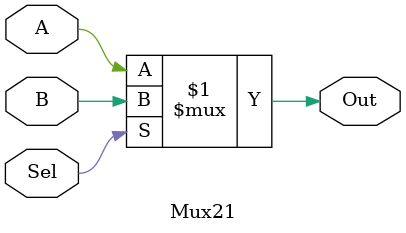
<source format=v>
module Six_One_mux(
input [5:0] In,
input [2:0] Sel,
output Out);

wire m1,m2,m3;
wire n1;

//the first layer of the multiplexer
Mux21 a(In[0],In[1],Sel[0],m1);
Mux21 b(In[2],In[3],Sel[0],m2);
Mux21 c(In[4],In[5],Sel[0],m3);

//the second layer of the multiplexer
Mux21 d(m1,m2,Sel[1],n1);
//the last and the final layer of the mux
Mux21 f(n1,m3,Sel[2],Out);

endmodule

module Mux21(A,B,Sel,Out);
input A,B,Sel;
output Out;
// Main logic of the mux
assign Out = Sel ? B: A;
endmodule

</source>
